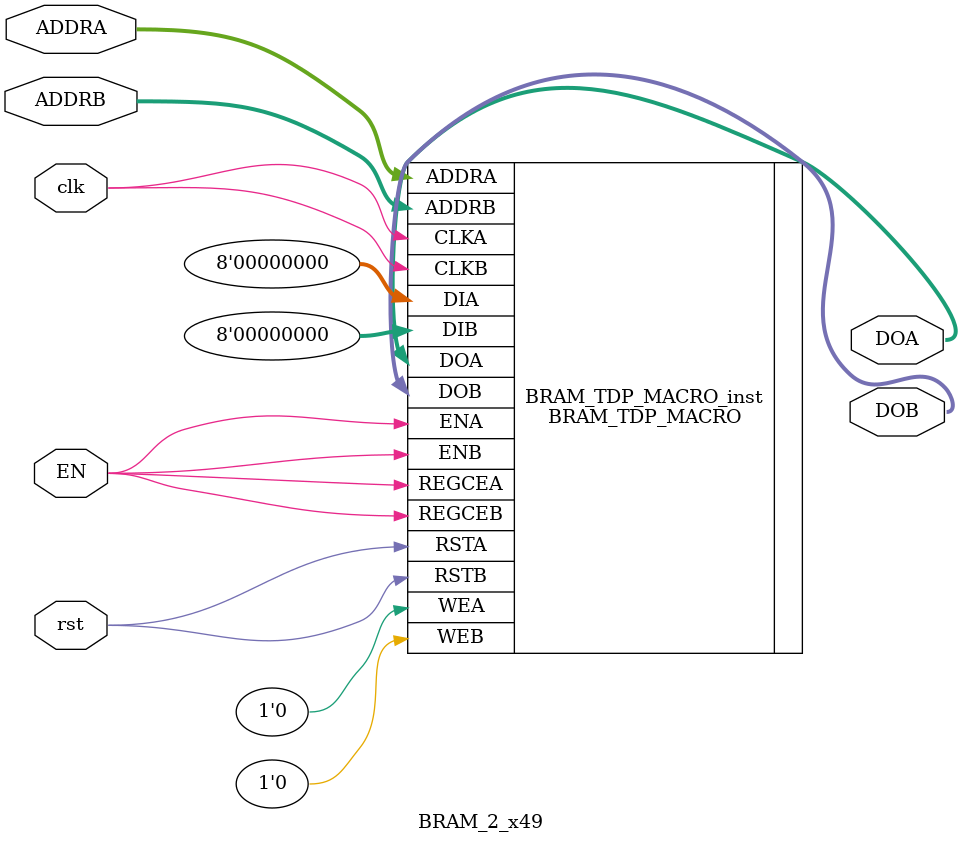
<source format=v>

module BRAM_2_x49(
    input [9:0] ADDRA,
    input [9:0] ADDRB,
    input clk,
    input rst, input EN,
    output [7:0] DOA,
    output [7:0] DOB
    );



// Spartan-6
// Xilinx HDL Libraries Guide, version 14.7
//////////////////////////////////////////////////////////////////////////
// DATA_WIDTH_A/B | BRAM_SIZE | RAM Depth | ADDRA/B Width | WEA/B Width //
// ===============|===========|===========|===============|=============//
// 19-36 | "18Kb" | 512 | 9-bit | 4-bit //
// 10-18 | "18Kb" | 1024 | 10-bit | 2-bit //
// 10-18 | "9Kb" | 512 | 9-bit | 2-bit //
// 5-9 | "18Kb" | 2048 | 11-bit | 1-bit //
// 5-9 | "9Kb" | 1024 | 10-bit | 1-bit //
// 3-4 | "18Kb" | 4096 | 12-bit | 1-bit //
// 3-4 | "9Kb" | 2048 | 11-bit | 1-bit //
// 2 | "18Kb" | 8192 | 13-bit | 1-bit //
// 2 | "9Kb" | 4096 | 12-bit | 1-bit //
// 1 | "18Kb" | 16384 | 14-bit | 1-bit //
// 1 | "9Kb" | 8192 | 12-bit | 1-bit //
//////////////////////////////////////////////////////////////////////////
BRAM_TDP_MACRO #(
	.BRAM_SIZE("9Kb"), // Target BRAM: "9Kb" or "18Kb"
	.DEVICE("SPARTAN6"), // Target device: "VIRTEX5", "VIRTEX6", "SPARTAN6"
	.DOA_REG(1), // Optional port A output register (0 or 1)
	.DOB_REG(1), // Optional port B output register (0 or 1)
	.INIT_A(36'h0123), // Initial values on port A output port
	.INIT_B(36'h3210), // Initial values on port B output port
	.INIT_FILE ("NONE"),
	.READ_WIDTH_A (8), // Valid values are 1-36
	.READ_WIDTH_B (8), // Valid values are 1-36
	.SIM_COLLISION_CHECK ("NONE"), // Collision check enable "ALL", "WARNING_ONLY",
	// "GENERATE_X_ONLY" or "NONE"
	.SRVAL_A(36'h00000000), // Set/Reset value for port A output
	.SRVAL_B(36'h00000000), // Set/Reset value for port B output
	.WRITE_MODE_A("WRITE_FIRST"), // "WRITE_FIRST", "READ_FIRST", or "NO_CHANGE"
	.WRITE_MODE_B("WRITE_FIRST"), // "WRITE_FIRST", "READ_FIRST", or "NO_CHANGE"
	.WRITE_WIDTH_A(8), // Valid values are 1-36
	.WRITE_WIDTH_B(8), // Valid values are 1-36
	
.INIT_00(256'hFC232B05DAE1D90D08E918089EAD10CC689D1CF7000000004A8974A900000000),
.INIT_01(256'h1102B65446B303190B0DB443C412D3EA4E92D311341FEBC070B178A700000000),
.INIT_02(256'h48B68788E1477E37F636FECF62CC70318BC27B2C00000000245B9EFF00000000),
.INIT_03(256'h60A8F0C9881A7E03BE63361A43F2E7B94FD579FDE63716C772F5D1485CA67389),
.INIT_04(256'h4BF5612E8D59C8F3F9C7F639AECC8409FA3FD70C04BAE658FDB0782B00000000),
.INIT_05(256'hF082AA29FBE1F80DB76E173F0582B6DE7B97BF4D2BBE16837B34C89900000000),
.INIT_06(256'h0F43833E8D17EA9FAD610439331F3BF8D17BC672076A5B360123BE82598AE734),
.INIT_07(256'h2359F07B5CF25213FA2BD3F3B1820FD3E0993156A81404B8B9631FDB577EC6EF),
.INIT_08(256'h07D8D0FE211A22F6F312E3F36556EB379366E70CFBFBFBFBB1728F52FBFBFBFB),
.INIT_09(256'hEAF94DAFBD48F8E2F0F64FB83FE92811B56928EACFE4103B8B4A835CFBFBFBFB),
.INIT_0A(256'hB34D7C731ABC85CC0DCD053499378BCA703980D7FBFBFBFBDFA06504FBFBFBFB),
.INIT_0B(256'h9B530B3273E185F84598CDE1B8091C42B42E82061DCCED3C890E2AB3A75D8872),
.INIT_0C(256'hB00E9AD576A23308023C0DC255377FF201C42CF7FF411DA3064B83D0FBFBFBFB),
.INIT_0D(256'h0B7951D2001A03F64C95ECC4FE794D25806C44B6D045ED7880CF3362FBFBFBFB),
.INIT_0E(256'hF4B878C576EC1164569AFFC2C8E4C0032A803D89FC91A0CDFAD84579A2711CCF),
.INIT_0F(256'hD8A20B80A709A9E801D028084A79F4281B62CAAD53EFFF434298E420AC853D14),
.INIT_10(256'hA2C219493CB99CBB70DCB428D07C0A04543411E30000000055D0150200000000),
.INIT_11(256'h3EEA3EDA8356D6A158BDCB1EBDBC7EDD7E079972D82534C9C1A0CF3C00000000),
.INIT_12(256'h580695FB428B305B69FBDB7912F21A58C1D320A0000000009F687B1E00000000),
.INIT_13(256'h909CE9D5FB8473AEE1DC0B068D26939AC12C8DF2A0BB4358D52070178C6A8365),
.INIT_14(256'hC35554F20BB22D36069EAE0694C688783E56916BEF2DAF6DB4FB5E8300000000),
.INIT_15(256'hB1939D8FBB52682303D2FC1D35CA306D36473BD8F4CB5867C16A655C00000000),
.INIT_16(256'h2D9DA32320CDBBF43987880631379034060462F203D92CF6E1C4C077DEC6B1A9),
.INIT_17(256'h1FFD25F782D9E31A88996140763BC12E30CDF99674B5B8795E793E8B46B826D8),
.INIT_18(256'h5939E2B2C74267408B274FD32B87F1FFAFCFEA18FBFBFBFBAE2BEEF9FBFBFBFB),
.INIT_19(256'hC511C52178AD2D5AA34630E54647852685FC628923DECF323A5B34C7FBFBFBFB),
.INIT_1A(256'hA3FD6E00B970CBA092002082E909E1A33A28DB5BFBFBFBFB649380E5FBFBFBFB),
.INIT_1B(256'h6B67122E007F88551A27F0FD76DD68613AD776095B40B8A32EDB8BEC7791789E),
.INIT_1C(256'h38AEAF09F049D6CDFD6555FD6F3D7383C5AD6A9014D654964F00A578FBFBFBFB),
.INIT_1D(256'h4A68667440A993D8F82907E6CE31CB96CDBCC0230F30A39C3A919EA7FBFBFBFB),
.INIT_1E(256'hD66658D8DB36400FC27C73FDCACC6BCFFDFF9909F822D70D1A3F3B8C253D4A52),
.INIT_1F(256'hE406DE0C792218E173629ABB8DC03AD5CB36026D8F4E4382A582C570BD43DD23),


	
	//===============================================================================
	
	.INIT_20(256'h0000000000000000000000000000000000000000000000000000000000000000),
	.INIT_21(256'h0000000000000000000000000000000000000000000000000000000000000000),
	.INIT_22(256'h0000000000000000000000000000000000000000000000000000000000000000),
	.INIT_23(256'h0000000000000000000000000000000000000000000000000000000000000000),
	.INIT_24(256'h0000000000000000000000000000000000000000000000000000000000000000),
	.INIT_25(256'h0000000000000000000000000000000000000000000000000000000000000000),
	.INIT_26(256'h0000000000000000000000000000000000000000000000000000000000000000),
	.INIT_27(256'h0000000000000000000000000000000000000000000000000000000000000000),
	.INIT_28(256'h0000000000000000000000000000000000000000000000000000000000000000),
	.INIT_29(256'h0000000000000000000000000000000000000000000000000000000000000000),
	.INIT_2A(256'h0000000000000000000000000000000000000000000000000000000000000000),
	.INIT_2B(256'h0000000000000000000000000000000000000000000000000000000000000000),
	.INIT_2C(256'h0000000000000000000000000000000000000000000000000000000000000000),
	.INIT_2D(256'h0000000000000000000000000000000000000000000000000000000000000000),
	.INIT_2E(256'h0000000000000000000000000000000000000000000000000000000000000000),
	.INIT_2F(256'h0000000000000000000000000000000000000000000000000000000000000000),
	.INIT_30(256'h0000000000000000000000000000000000000000000000000000000000000000),
	.INIT_31(256'h0000000000000000000000000000000000000000000000000000000000000000),
	.INIT_32(256'h0000000000000000000000000000000000000000000000000000000000000000),
	.INIT_33(256'h0000000000000000000000000000000000000000000000000000000000000000),
	.INIT_34(256'h0000000000000000000000000000000000000000000000000000000000000000),
	.INIT_35(256'h0000000000000000000000000000000000000000000000000000000000000000),
	.INIT_36(256'h0000000000000000000000000000000000000000000000000000000000000000),
	.INIT_37(256'h0000000000000000000000000000000000000000000000000000000000000000),
	.INIT_38(256'h0000000000000000000000000000000000000000000000000000000000000000),
	.INIT_39(256'h0000000000000000000000000000000000000000000000000000000000000000),
	.INIT_3A(256'h0000000000000000000000000000000000000000000000000000000000000000),
	.INIT_3B(256'h0000000000000000000000000000000000000000000000000000000000000000),
	.INIT_3C(256'h0000000000000000000000000000000000000000000000000000000000000000),
	.INIT_3D(256'h0000000000000000000000000000000000000000000000000000000000000000),
	.INIT_3E(256'h0000000000000000000000000000000000000000000000000000000000000000),
	.INIT_3F(256'h0000000000000000000000000000000000000000000000000000000000000000),


	// The next set of INITP_xx are for the parity bits
	.INITP_00(256'h0000000000000000000000000000000000000000000000000000000000000000),
	.INITP_01(256'h0000000000000000000000000000000000000000000000000000000000000000),
	.INITP_02(256'h0000000000000000000000000000000000000000000000000000000000000000),
	.INITP_03(256'h0000000000000000000000000000000000000000000000000000000000000000),
	// The next set of INITP_xx are for "18Kb" configuration only
	.INITP_04(256'h0000000000000000000000000000000000000000000000000000000000000000),
	.INITP_05(256'h0000000000000000000000000000000000000000000000000000000000000000),
	.INITP_06(256'h0000000000000000000000000000000000000000000000000000000000000000),
	.INITP_07(256'h0000000000000000000000000000000000000000000000000000000000000000)
) BRAM_TDP_MACRO_inst (
	.DOA(DOA), // Output port-A data, width defined by READ_WIDTH_A parameter
	.DOB(DOB), // Output port-B data, width defined by READ_WIDTH_B parameter
	.ADDRA(ADDRA), // Input port-A address, width defined by Port A depth
	.ADDRB(ADDRB), // Input port-B address, width defined by Port B depth
	.CLKA(clk), // 1-bit input port-A clock
	.CLKB(clk), // 1-bit input port-B clock
	.DIA(8'h0), // Input port-A data, width defined by WRITE_WIDTH_A parameter
	.DIB(8'h0), // Input port-B data, width defined by WRITE_WIDTH_B parameter
	.ENA(EN), // 1-bit input port-A enable
	.ENB(EN), // 1-bit input port-B enable
	.REGCEA(EN), // 1-bit input port-A output register enable
	.REGCEB(EN), // 1-bit input port-B output register enable
	.RSTA(rst), // 1-bit input port-A reset
	.RSTB(rst), // 1-bit input port-B reset
	.WEA(1'b0), // Input port-A write enable, width defined by Port A depth
	.WEB(1'b0) // Input port-B write enable, width defined by Port B depth
);
// End of BRAM_TDP_MACRO_inst instantiation
endmodule

</source>
